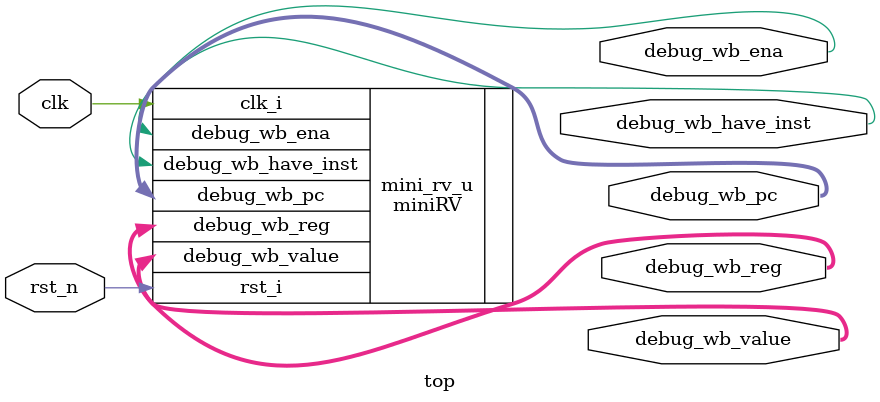
<source format=v>
module top(
    input clk,
    input rst_n,
    output        debug_wb_have_inst,   // WB阶段是否有指令 (对单周期CPU，此flag恒为1)
    output [31:0] debug_wb_pc,          // WB阶段的PC (若wb_have_inst=0，此项可为任意值)
    output        debug_wb_ena,         // WB阶段的寄存器写使能 (若wb_have_inst=0，此项可为任意值)
    output [4:0]  debug_wb_reg,         // WB阶段写入的寄存器号 (若wb_ena或wb_have_inst=0，此项可为任意值)
    output [31:0] debug_wb_value        // WB阶段写入寄存器的值 (若wb_ena或wb_have_inst=0，此项可为任意值)
);

// wire [31:0] waddr_tmp = waddr;// - 16'h4000;

miniRV mini_rv_u (
    .rst_i(rst_n),
    .clk_i(clk),
    .debug_wb_have_inst(debug_wb_have_inst),
    .debug_wb_pc(debug_wb_pc),
    .debug_wb_ena(debug_wb_ena),
    .debug_wb_reg(debug_wb_reg),
    .debug_wb_value(debug_wb_value)
);
// // 下面两个模块，只需要实例化并连线，不需要添加文件
// inst_mem imem(

// );

// data_mem dmem(
//     .clk    (cpu_clk),
//     .a      (waddr_tmp[15:2]),
//     .spo    (rdata),
//     .we     (we),
//     .d      (wdata)
// );
endmodule

</source>
